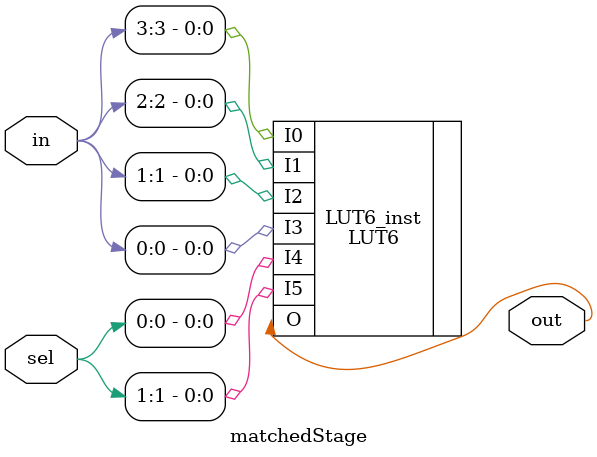
<source format=v>
`timescale 1ns / 1ps


module matchedStage(
		 input [3:0] 	in,	// Four stage inputs, one will be selected.
		 input [1:0] 	sel,	// Configuration signal.
		 output 			out	//	Delayed version of the selected input.
    );

//	Instantiation lookup table:
	LUT6 #(
		.INIT(64'hAAAACCCCF0F0FF00)
	) LUT6_inst (
		.O(out),
		.I0(in[3]),
		.I1(in[2]),
		.I2(in[1]),
		.I3(in[0]),
		.I4(sel[0]),
		.I5(sel[1])
	);

endmodule
</source>
